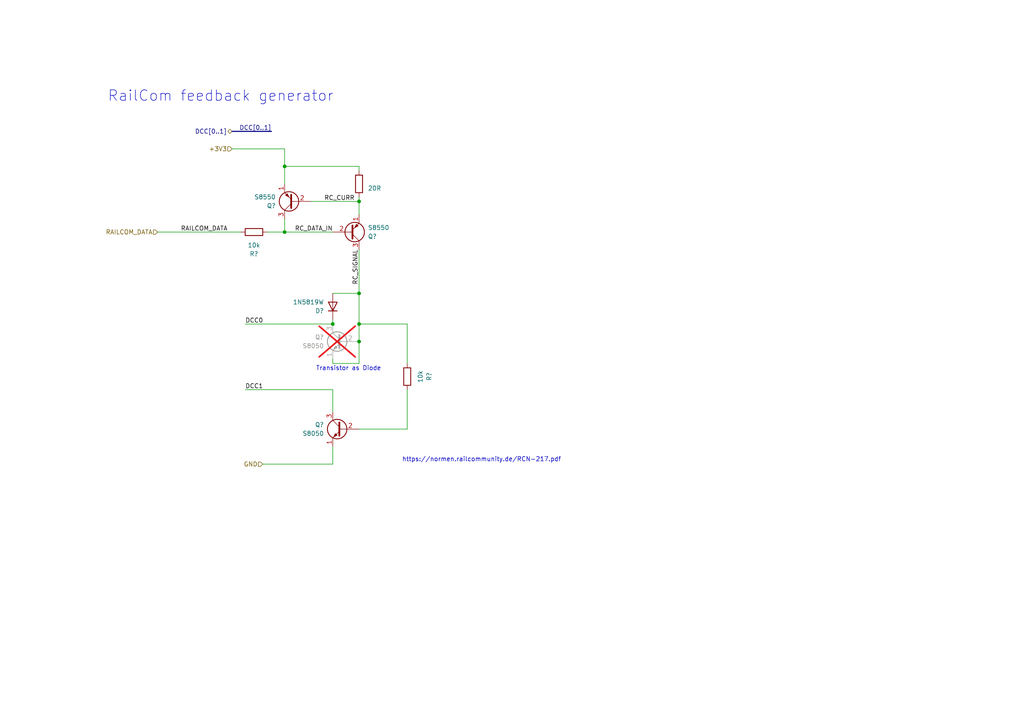
<source format=kicad_sch>
(kicad_sch (version 20231120) (generator "eeschema") (generator_version "8.0")
  (paper "A4")
  (title_block (title "xDuinoRail - LocDecoder - Development Kit") (date "2024-10-09") (rev "v0.2") (company "Chatelain Engineering, Bern - CH"))
  (lib_symbols
    (symbol "Device:R" (pin_numbers hide) (pin_names (offset 0))
      (property "Reference" "R" (at 2.032 0 90))
      (property "Value" "R" (at 0 0 90))
      (symbol "R_0_1"
        (rectangle (start -1.016 -2.54) (end 1.016 2.54) (stroke (width 0.254)))
      )
      (symbol "R_1_1"
        (pin passive line (at 0 3.81 270) (length 1.27) (name "~") (number "1"))
        (pin passive line (at 0 -3.81 90) (length 1.27) (name "~") (number "2"))
      )
    )
    (symbol "Diode:1N4148W" (pin_numbers hide) (pin_names hide)
      (property "Reference" "D" (at 0 2.54 0))
      (property "Value" "1N4148W" (at 0 -2.54 0))
      (symbol "1N4148W_0_1"
        (polyline (pts (xy -1.27 1.27) (xy -1.27 -1.27)) (stroke (width 0.254)))
        (polyline (pts (xy 1.27 0) (xy -1.27 0)))
        (polyline (pts (xy 1.27 1.27) (xy 1.27 -1.27) (xy -1.27 0) (xy 1.27 1.27)) (stroke (width 0.254)))
      )
      (symbol "1N4148W_1_1"
        (pin passive line (at -3.81 0 0) (length 2.54) (name "K") (number "1"))
        (pin passive line (at 3.81 0 180) (length 2.54) (name "A") (number "2"))
      )
    )
    (symbol "Transistor_BJT:S8050" (pin_names (offset 0) hide)
      (property "Reference" "Q" (at 5.08 1.905 0))
      (property "Value" "S8050" (at 5.08 0 0))
      (symbol "S8050_0_1"
        (polyline (pts (xy 0 0) (xy 0.635 0)))
        (polyline (pts (xy 0.635 0.635) (xy 2.54 2.54)))
        (polyline (pts (xy 0.635 -0.635) (xy 2.54 -2.54) (xy 2.54 -2.54)))
        (polyline (pts (xy 0.635 1.905) (xy 0.635 -1.905) (xy 0.635 -1.905)) (stroke (width 0.508)))
        (polyline (pts (xy 1.27 -1.778) (xy 1.778 -1.27) (xy 2.286 -2.286) (xy 1.27 -1.778) (xy 1.27 -1.778)) (fill (type outline)))
        (circle (center 1.27 0) (radius 2.8194) (stroke (width 0.254)))
      )
      (symbol "S8050_1_1"
        (pin passive line (at 2.54 -5.08 90) (length 2.54) (name "E") (number "1"))
        (pin input line (at -5.08 0 0) (length 5.08) (name "B") (number "2"))
        (pin passive line (at 2.54 5.08 270) (length 2.54) (name "C") (number "3"))
      )
    )
    (symbol "Transistor_BJT:S8550" (pin_names (offset 0) hide)
      (property "Reference" "Q" (at 5.08 1.905 0))
      (property "Value" "S8550" (at 5.08 0 0))
      (symbol "S8550_0_1"
        (polyline (pts (xy 0 0) (xy 0.635 0)))
        (polyline (pts (xy 2.54 -2.54) (xy 0.635 -0.635)))
        (polyline (pts (xy 2.54 2.54) (xy 0.635 0.635)))
        (polyline (pts (xy 0.635 1.905) (xy 0.635 -1.905) (xy 0.635 -1.905)) (stroke (width 0.508)) (fill (type outline)))
        (polyline (pts (xy 1.778 -2.286) (xy 2.286 -1.778) (xy 1.27 -1.27) (xy 1.778 -2.286) (xy 1.778 -2.286)) (fill (type outline)))
        (circle (center 1.27 0) (radius 2.8194) (stroke (width 0.254)))
      )
      (symbol "S8550_1_1"
        (pin passive line (at 2.54 -5.08 90) (length 2.54) (name "E") (number "1"))
        (pin input line (at -5.08 0 0) (length 5.08) (name "B") (number "2"))
        (pin passive line (at 2.54 5.08 270) (length 2.54) (name "C") (number "3"))
      )
    )
  )
  (junction (at 96.52 93.98))
  (junction (at 104.14 99.06))
  (junction (at 104.14 93.98))
  (junction (at 82.55 48.26))
  (junction (at 104.14 58.42))
  (junction (at 82.55 67.31))
  (junction (at 104.14 85.09))
  (wire (pts (xy 104.14 57.15) (xy 104.14 58.42)))
  (wire (pts (xy 118.11 93.98) (xy 118.11 105.41)))
  (wire (pts (xy 96.52 85.09) (xy 104.14 85.09)))
  (wire (pts (xy 118.11 113.03) (xy 118.11 124.46)))
  (wire (pts (xy 104.14 93.98) (xy 104.14 99.06)))
  (bus (pts (xy 67.31 38.1) (xy 78.74 38.1)))
  (wire (pts (xy 69.85 67.31) (xy 45.72 67.31)))
  (wire (pts (xy 104.14 99.06) (xy 104.14 105.41)))
  (wire (pts (xy 96.52 113.03) (xy 71.12 113.03)))
  (wire (pts (xy 104.14 72.39) (xy 104.14 85.09)))
  (wire (pts (xy 82.55 63.5) (xy 82.55 67.31)))
  (wire (pts (xy 104.14 49.53) (xy 104.14 48.26)))
  (wire (pts (xy 104.14 85.09) (xy 104.14 93.98)))
  (wire (pts (xy 104.14 93.98) (xy 118.11 93.98)))
  (wire (pts (xy 96.52 92.71) (xy 96.52 93.98)))
  (wire (pts (xy 104.14 48.26) (xy 82.55 48.26)))
  (wire (pts (xy 82.55 48.26) (xy 82.55 53.34)))
  (wire (pts (xy 82.55 43.18) (xy 82.55 48.26)))
  (wire (pts (xy 77.47 67.31) (xy 82.55 67.31)))
  (wire (pts (xy 104.14 58.42) (xy 104.14 62.23)))
  (wire (pts (xy 76.2 134.62) (xy 96.52 134.62)))
  (wire (pts (xy 104.14 124.46) (xy 118.11 124.46)))
  (wire (pts (xy 104.14 58.42) (xy 90.17 58.42)))
  (wire (pts (xy 71.12 93.98) (xy 96.52 93.98)))
  (wire (pts (xy 96.52 105.41) (xy 96.52 104.14)))
  (wire (pts (xy 82.55 43.18) (xy 67.31 43.18)))
  (wire (pts (xy 96.52 67.31) (xy 82.55 67.31)))
  (wire (pts (xy 96.52 119.38) (xy 96.52 113.03)))
  (wire (pts (xy 104.14 105.41) (xy 96.52 105.41)))
  (wire (pts (xy 96.52 134.62) (xy 96.52 129.54)))
  (text "Transistor as Diode" (at 101.092 106.934 0) (effects (font (size 1.27 1.27))))
  (text "RailCom feedback generator" (at 64.008 27.94 0) (effects (font (size 3.048 3.048))))
  (text "https://normen.railcommunity.de/RCN-217.pdf" (at 139.7 133.35 0) (effects (font (size 1.27 1.27))))
  (label "RC_CURR" (at 102.87 58.42 180))
  (label "RC_DATA_IN" (at 96.52 67.31 180))
  (label "RC_SIGNAL" (at 104.14 82.55 90))
  (label "DCC[0..1]" (at 78.74 38.1 180))
  (label "DCC1" (at 71.12 113.03 0))
  (label "DCC0" (at 71.12 93.98 0))
  (label "RAILCOM_DATA" (at 66.04 67.31 180))
  (hierarchical_label "DCC[0..1]" (shape bidirectional) (at 67.31 38.1 180))
  (hierarchical_label "GND" (shape input) (at 76.2 134.62 180))
  (hierarchical_label "+3V3" (shape input) (at 67.31 43.18 180))
  (hierarchical_label "RAILCOM_DATA" (shape input) (at 45.72 67.31 180))
  (symbol (lib_id "Transistor_BJT:S8550") (at 85.09 58.42 180) (unit 1)
    (property "Reference" "Q?" (at 80.01 59.69 0) (effects (justify left)))
    (property "Value" "S8550" (at 80.01 57.15 0) (effects (justify left)))
    (property "Footprint" "xDuinoRail:8x50_SOT-23" (effects (hide yes)))
    (property "Datasheet" "http://www.unisonic.com.tw/datasheet/S8550.pdf" (effects (hide yes)))
    (property "Description" "0.7A Ic, 20V Vce, Low Voltage High Current PNP Transistor, TO-92" (effects (hide yes)))
    (property "LCSC" "C8542" (effects (hide yes)))
    (property "OLI_ID" "S8550-2TY_SOT-23" (effects (hide yes)))
    (property "Sim.Device" "PNP" (effects (hide yes)))
    (property "Sim.Type" "GUMMELPOON" (effects (hide yes)))
    (property "Sim.Pins" "3=C 2=B 1=E" (effects (hide yes)))
    (property "Sim.Library" "__ltspice\\8x50.lib" (effects (hide yes)))
    (property "Sim.Name" "S8550" (effects (hide yes)))
    (instances (project "acc-rp2040-baseboard" (path "" (reference "Q?") (unit 1))) (project "xDuinoRail-Hermes-M-prod" (path "" (reference "Q701") (unit 1))))
  )
  (symbol (lib_id "Transistor_BJT:S8550") (at 101.6 67.31 0) (mirror x) (unit 1)
    (property "Reference" "Q?" (at 106.68 68.58 0) (effects (justify left)))
    (property "Value" "S8550" (at 106.68 66.04 0) (effects (justify left)))
    (property "Footprint" "xDuinoRail:8x50_SOT-23" (effects (hide yes)))
    (property "Datasheet" "http://www.unisonic.com.tw/datasheet/S8550.pdf" (effects (hide yes)))
    (property "Description" "0.7A Ic, 20V Vce, Low Voltage High Current PNP Transistor, TO-92" (effects (hide yes)))
    (property "LCSC" "C8542" (effects (hide yes)))
    (property "OLI_ID" "S8550-2TY_SOT-23" (effects (hide yes)))
    (property "Sim.Device" "PNP" (effects (hide yes)))
    (property "Sim.Pins" "3=C 2=B 1=E" (effects (hide yes)))
    (property "Sim.Type" "GUMMELPOON" (effects (hide yes)))
    (property "Sim.Library" "__ltspice\\8x50.lib" (effects (hide yes)))
    (property "Sim.Name" "S8550" (effects (hide yes)))
    (instances (project "acc-rp2040-baseboard" (path "" (reference "Q?") (unit 1))) (project "xDuinoRail-Hermes-M-prod" (path "" (reference "Q704") (unit 1))))
  )
  (symbol (lib_id "Device:R") (at 104.14 53.34 180) (unit 1)
    (property "Reference" "R?" (effects (hide yes)))
    (property "Value" "20R" (at 106.68 54.61 0) (effects (justify right)))
    (property "Footprint" "Resistor_SMD:R_0603_1608Metric_Pad0.98x0.95mm_HandSolder" (effects (hide yes)))
    (property "Description" "Resistor" (effects (hide yes)))
    (property "LCSC" "C22950" (effects (hide yes)))
    (property "OLI_ID" "20R_0603" (effects (hide yes)))
    (property "Sim.Device" "R" (effects (hide yes)))
    (property "Sim.Pins" "1=+ 2=-" (effects (hide yes)))
    (instances (project "acc-rp2040-baseboard" (path "" (reference "R?") (unit 1))) (project "xDuinoRail-Hermes-M-prod" (path "" (reference "R702") (unit 1))))
  )
  (symbol (lib_id "Transistor_BJT:S8050") (at 99.06 99.06 0) (mirror y) (unit 1) (exclude_from_sim yes) (in_bom no) (on_board no) (dnp yes)
    (property "Reference" "Q?" (at 93.98 97.79 0) (effects (justify left)))
    (property "Value" "S8050" (at 93.98 100.33 0) (effects (justify left)))
    (property "Footprint" "xDuinoRail:8x50_SOT-23" (effects (hide yes)))
    (property "Datasheet" "http://www.unisonic.com.tw/datasheet/S8050.pdf" (effects (hide yes)))
    (property "Description" "0.7A Ic, 20V Vce, Low Voltage High Current NPN Transistor, TO-92" (effects (hide yes)))
    (property "LCSC" "C2150" (effects (hide yes)))
    (property "OLI_ID" "S8050-J3Y_SOT-23" (effects (hide yes)))
    (property "Sim.Device" "NPN" (effects (hide yes)))
    (property "Sim.Pins" "1=E 2=B 3=C" (effects (hide yes)))
    (property "Sim.Type" "GUMMELPOON" (effects (hide yes)))
    (property "Sim.Library" "__ltspice\\8x50.lib" (effects (hide yes)))
    (property "Sim.Name" "S8050" (effects (hide yes)))
    (instances (project "acc-rp2040-baseboard" (path "" (reference "Q?") (unit 1))) (project "xDuinoRail-Hermes-M-prod" (path "" (reference "Q702") (unit 1))))
  )
  (symbol (lib_id "Device:R") (at 73.66 67.31 270) (unit 1)
    (property "Reference" "R?" (at 73.66 73.66 90))
    (property "Value" "10k" (at 73.66 71.12 90))
    (property "Footprint" "Resistor_SMD:R_0603_1608Metric_Pad0.98x0.95mm_HandSolder" (effects (hide yes)))
    (property "Description" "Resistor" (effects (hide yes)))
    (property "LCSC" "C25744" (effects (hide yes)))
    (property "OLI_ID" "10k_0603" (effects (hide yes)))
    (property "Sim.Device" "R" (effects (hide yes)))
    (property "Sim.Pins" "1=+ 2=-" (effects (hide yes)))
    (instances (project "acc-rp2040-baseboard" (path "" (reference "R?") (unit 1))) (project "xDuinoRail-Hermes-M-prod" (path "" (reference "R701") (unit 1))))
  )
  (symbol (lib_id "Transistor_BJT:S8050") (at 99.06 124.46 0) (mirror y) (unit 1)
    (property "Reference" "Q?" (at 93.98 123.19 0) (effects (justify left)))
    (property "Value" "S8050" (at 93.98 125.73 0) (effects (justify left)))
    (property "Footprint" "xDuinoRail:8x50_SOT-23" (effects (hide yes)))
    (property "Datasheet" "http://www.unisonic.com.tw/datasheet/S8050.pdf" (effects (hide yes)))
    (property "Description" "0.7A Ic, 20V Vce, Low Voltage High Current NPN Transistor, TO-92" (effects (hide yes)))
    (property "LCSC" "C2150" (effects (hide yes)))
    (property "OLI_ID" "S8050-J3Y_SOT-23" (effects (hide yes)))
    (property "Sim.Device" "NPN" (effects (hide yes)))
    (property "Sim.Pins" "1=E 2=B 3=C" (effects (hide yes)))
    (property "Sim.Type" "GUMMELPOON" (effects (hide yes)))
    (property "Sim.Library" "__ltspice\\8x50.lib" (effects (hide yes)))
    (property "Sim.Name" "S8050" (effects (hide yes)))
    (instances (project "acc-rp2040-baseboard" (path "" (reference "Q?") (unit 1))) (project "xDuinoRail-Hermes-M-prod" (path "" (reference "Q703") (unit 1))))
  )
  (symbol (lib_id "Device:R") (at 118.11 109.22 0) (unit 1)
    (property "Reference" "R?" (at 124.46 109.22 90))
    (property "Value" "10k" (at 121.92 109.22 90))
    (property "Footprint" "Resistor_SMD:R_0603_1608Metric_Pad0.98x0.95mm_HandSolder" (effects (hide yes)))
    (property "Description" "Resistor" (effects (hide yes)))
    (property "LCSC" "C25744" (effects (hide yes)))
    (property "OLI_ID" "10k_0603" (effects (hide yes)))
    (property "Sim.Device" "R" (effects (hide yes)))
    (property "Sim.Pins" "1=+ 2=-" (effects (hide yes)))
    (instances (project "acc-rp2040-baseboard" (path "" (reference "R?") (unit 1))) (project "xDuinoRail-Hermes-M-prod" (path "" (reference "R703") (unit 1))))
  )
  (symbol (lib_id "Diode:1N4148W") (at 96.52 88.9 90) (unit 1)
    (property "Reference" "D?" (at 93.98 90.17 90) (effects (justify left)))
    (property "Value" "1N5819W" (at 93.98 87.63 90) (effects (justify left)))
    (property "Footprint" "Diode_SMD:D_SOD-123" (effects (hide yes)))
    (property "Datasheet" "https://www.vishay.com/docs/85748/1n4148w.pdf" (effects (hide yes)))
    (property "Description" "75V 0.15A Fast Switching Diode, SOD-123" (effects (hide yes)))
    (property "Sim.Device" "D" (effects (hide yes)))
    (property "Sim.Pins" "1=K 2=A" (effects (hide yes)))
    (property "LCSC" "C81598" (effects (hide yes)))
    (property "OLI_ID" "1N4148W_SOD-123" (effects (hide yes)))
    (instances (project "acc-rp2040-baseboard" (path "" (reference "D?") (unit 1))) (project "xDuinoRail-Hermes-M-prod" (path "" (reference "D701") (unit 1))))
  )
)
</source>
